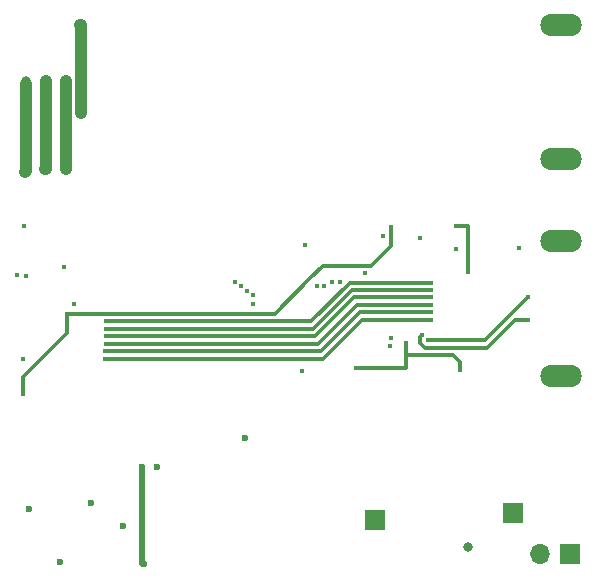
<source format=gbr>
%TF.GenerationSoftware,KiCad,Pcbnew,(6.0.5)*%
%TF.CreationDate,2023-08-07T21:45:28+03:00*%
%TF.ProjectId,JLC2,4a4c4332-2e6b-4696-9361-645f70636258,rev?*%
%TF.SameCoordinates,Original*%
%TF.FileFunction,Copper,L3,Inr*%
%TF.FilePolarity,Positive*%
%FSLAX46Y46*%
G04 Gerber Fmt 4.6, Leading zero omitted, Abs format (unit mm)*
G04 Created by KiCad (PCBNEW (6.0.5)) date 2023-08-07 21:45:28*
%MOMM*%
%LPD*%
G01*
G04 APERTURE LIST*
%TA.AperFunction,ComponentPad*%
%ADD10O,3.500000X1.900000*%
%TD*%
%TA.AperFunction,ComponentPad*%
%ADD11R,1.700000X1.700000*%
%TD*%
%TA.AperFunction,ComponentPad*%
%ADD12O,1.700000X1.700000*%
%TD*%
%TA.AperFunction,ViaPad*%
%ADD13C,0.400000*%
%TD*%
%TA.AperFunction,ViaPad*%
%ADD14C,0.600000*%
%TD*%
%TA.AperFunction,ViaPad*%
%ADD15C,0.800000*%
%TD*%
%TA.AperFunction,Conductor*%
%ADD16C,0.300000*%
%TD*%
%TA.AperFunction,Conductor*%
%ADD17C,1.000000*%
%TD*%
%TA.AperFunction,Conductor*%
%ADD18C,0.500000*%
%TD*%
G04 APERTURE END LIST*
D10*
%TO.N,N/C*%
%TO.C,J1*%
X145050000Y-74400000D03*
X145050000Y-63000000D03*
%TD*%
D11*
%TO.N,N/C*%
%TO.C,BAT+*%
X129290000Y-104918750D03*
%TD*%
%TO.N,N/C*%
%TO.C,-USB+*%
X145865000Y-107778750D03*
D12*
X143325000Y-107778750D03*
%TD*%
D10*
%TO.N,N/C*%
%TO.C,J1*%
X145050001Y-81319999D03*
X145050001Y-92719999D03*
%TD*%
D11*
%TO.N,N/C*%
%TO.C,BAT-*%
X140970000Y-104308750D03*
%TD*%
D13*
%TO.N,*%
X130660001Y-89519999D03*
D14*
X109610000Y-100420000D03*
D13*
X125660001Y-84759999D03*
X141520001Y-81939999D03*
X103220001Y-87479999D03*
D15*
X104400000Y-70430000D03*
D13*
X134030001Y-87339999D03*
D14*
X105232500Y-103505000D03*
D13*
X99540001Y-91337499D03*
X130710001Y-80119999D03*
X106500001Y-90639999D03*
X123415001Y-81674999D03*
D15*
X104360000Y-63010000D03*
D13*
X99540001Y-94262499D03*
X99580001Y-80019999D03*
D14*
X107952500Y-105410000D03*
D15*
X101460000Y-67740000D03*
D13*
X98970001Y-84159999D03*
X134030001Y-87969999D03*
X106530001Y-88119999D03*
X118450001Y-85499999D03*
D14*
X102625000Y-108460000D03*
D13*
X136210001Y-81949999D03*
X142300001Y-88019999D03*
X129980001Y-80899999D03*
D15*
X99750000Y-67760000D03*
D14*
X110870000Y-100400000D03*
D13*
X117940001Y-85139999D03*
X128450001Y-84049999D03*
D15*
X137210000Y-107248750D03*
D14*
X109722500Y-108620000D03*
D13*
X134040001Y-86709999D03*
D14*
X100012500Y-104030000D03*
D13*
X134050001Y-85449999D03*
X103840001Y-86679999D03*
X137180001Y-83919999D03*
X134060001Y-84819999D03*
D15*
X103160000Y-67730000D03*
X99720000Y-75230000D03*
D13*
X119580001Y-87459999D03*
X131970001Y-89919999D03*
D15*
X101420000Y-75230000D03*
D13*
X133790001Y-89709999D03*
X126320001Y-84749999D03*
X106500001Y-91269999D03*
X134050001Y-86079999D03*
X123100001Y-92319999D03*
X133120001Y-81019999D03*
X142300001Y-86019999D03*
X125030001Y-85079999D03*
X106510001Y-90009999D03*
X99790001Y-84279999D03*
X106520001Y-88749999D03*
X136480001Y-92259999D03*
X118990001Y-85869999D03*
X133330001Y-89229999D03*
X127700001Y-92069999D03*
D15*
X103140000Y-75190000D03*
D13*
X102950001Y-83489999D03*
X106520001Y-89379999D03*
X124400001Y-85089999D03*
X119010001Y-86679999D03*
X136210001Y-80049999D03*
X130558001Y-90159999D03*
X117450001Y-84759999D03*
D14*
X118305000Y-97977500D03*
%TD*%
D16*
%TO.N,*%
X133160001Y-89949999D02*
X133550001Y-90339999D01*
X106520001Y-88749999D02*
X124070001Y-88749999D01*
X124260001Y-89379999D02*
X127560001Y-86079999D01*
D17*
X104400000Y-63050000D02*
X104360000Y-63010000D01*
D16*
X128020001Y-87339999D02*
X134030001Y-87339999D01*
X124070001Y-88749999D02*
X127370001Y-85449999D01*
X127700001Y-92069999D02*
X131970001Y-92069999D01*
X124720001Y-90639999D02*
X128020001Y-87339999D01*
X133160001Y-89399999D02*
X133160001Y-89949999D01*
D17*
X99750000Y-75420000D02*
X99750000Y-67980000D01*
D16*
X124940001Y-91269999D02*
X128240001Y-87969999D01*
D17*
X104400000Y-70430000D02*
X104400000Y-63050000D01*
D16*
X106530001Y-88119999D02*
X123890001Y-88119999D01*
X133550001Y-90339999D02*
X138840001Y-90339999D01*
X133330001Y-89229999D02*
X133160001Y-89399999D01*
X120850001Y-87459999D02*
X123830001Y-84479999D01*
X131970001Y-90949999D02*
X135920001Y-90949999D01*
X135920001Y-90949999D02*
X136480001Y-91509999D01*
X138620001Y-89709999D02*
X142300001Y-86029999D01*
X129010001Y-83409999D02*
X130710001Y-81709999D01*
X106520001Y-89379999D02*
X124260001Y-89379999D01*
X131970001Y-89919999D02*
X131970001Y-90949999D01*
X124500001Y-90009999D02*
X127800001Y-86709999D01*
D18*
X109610000Y-108620000D02*
X109722500Y-108620000D01*
D16*
X127370001Y-85449999D02*
X134050001Y-85449999D01*
D18*
X109610000Y-100420000D02*
X109610000Y-108620000D01*
D16*
X128240001Y-87969999D02*
X134030001Y-87969999D01*
X123890001Y-88119999D02*
X127190001Y-84819999D01*
X103220001Y-87479999D02*
X103220001Y-89099999D01*
X136480001Y-91509999D02*
X136480001Y-92259999D01*
X130710001Y-81709999D02*
X130710001Y-80119999D01*
X127560001Y-86079999D02*
X134050001Y-86079999D01*
X106510001Y-90009999D02*
X124500001Y-90009999D01*
X119560001Y-87479999D02*
X103220001Y-87479999D01*
X119580001Y-87459999D02*
X119560001Y-87479999D01*
X124900001Y-83409999D02*
X129010001Y-83409999D01*
X99540001Y-92779999D02*
X99540001Y-94262499D01*
D17*
X101460000Y-75190000D02*
X101460000Y-67740000D01*
D16*
X141160001Y-88019999D02*
X142300001Y-88019999D01*
D17*
X99720000Y-75450000D02*
X99750000Y-75420000D01*
X103140000Y-75190000D02*
X103160000Y-75170000D01*
D16*
X137180001Y-80049999D02*
X136210001Y-80049999D01*
X131970001Y-92069999D02*
X131970001Y-89919999D01*
D17*
X101420000Y-75230000D02*
X101460000Y-75190000D01*
X103160000Y-75170000D02*
X103160000Y-67730000D01*
D16*
X127190001Y-84819999D02*
X134060001Y-84819999D01*
X119580001Y-87459999D02*
X120850001Y-87459999D01*
X142300001Y-86029999D02*
X142300001Y-86019999D01*
X103220001Y-89099999D02*
X99540001Y-92779999D01*
X106500001Y-90639999D02*
X124720001Y-90639999D01*
X127800001Y-86709999D02*
X134040001Y-86709999D01*
X138840001Y-90339999D02*
X141160001Y-88019999D01*
X137180001Y-83919999D02*
X137180001Y-80049999D01*
X133790001Y-89709999D02*
X138620001Y-89709999D01*
X123830001Y-84479999D02*
X124900001Y-83409999D01*
X106500001Y-91269999D02*
X124940001Y-91269999D01*
%TD*%
M02*

</source>
